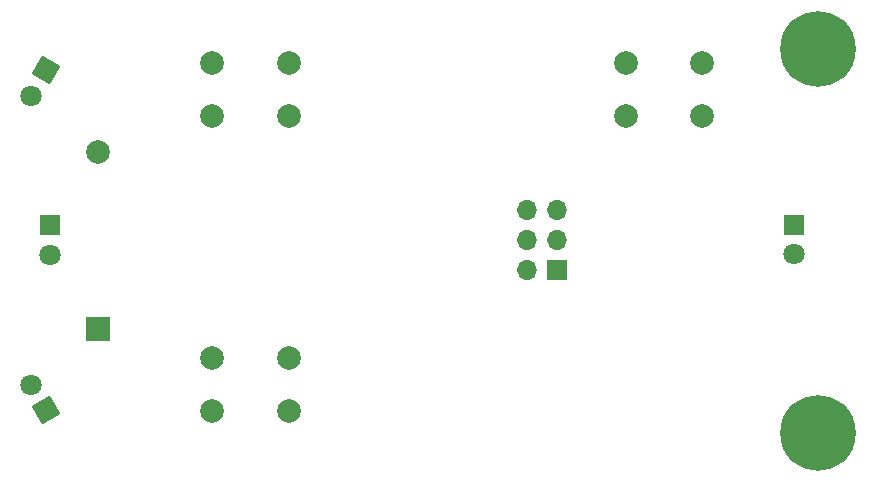
<source format=gbs>
G04 #@! TF.GenerationSoftware,KiCad,Pcbnew,8.0.2*
G04 #@! TF.CreationDate,2024-06-09T12:52:48+02:00*
G04 #@! TF.ProjectId,Remote,52656d6f-7465-42e6-9b69-6361645f7063,rev?*
G04 #@! TF.SameCoordinates,Original*
G04 #@! TF.FileFunction,Soldermask,Bot*
G04 #@! TF.FilePolarity,Negative*
%FSLAX46Y46*%
G04 Gerber Fmt 4.6, Leading zero omitted, Abs format (unit mm)*
G04 Created by KiCad (PCBNEW 8.0.2) date 2024-06-09 12:52:48*
%MOMM*%
%LPD*%
G01*
G04 APERTURE LIST*
G04 Aperture macros list*
%AMRotRect*
0 Rectangle, with rotation*
0 The origin of the aperture is its center*
0 $1 length*
0 $2 width*
0 $3 Rotation angle, in degrees counterclockwise*
0 Add horizontal line*
21,1,$1,$2,0,0,$3*%
G04 Aperture macros list end*
%ADD10R,1.700000X1.700000*%
%ADD11O,1.700000X1.700000*%
%ADD12C,0.800000*%
%ADD13C,6.400000*%
%ADD14RotRect,1.800000X1.800000X240.000000*%
%ADD15C,1.800000*%
%ADD16RotRect,1.800000X1.800000X300.000000*%
%ADD17C,2.000000*%
%ADD18R,1.800000X1.800000*%
%ADD19R,2.000000X2.000000*%
G04 APERTURE END LIST*
D10*
X126405000Y-77685000D03*
D11*
X123865000Y-77685000D03*
X126405000Y-75145000D03*
X123865000Y-75145000D03*
X126405000Y-72605000D03*
X123865000Y-72605000D03*
D12*
X146095000Y-58984000D03*
X146797944Y-57286944D03*
X146797944Y-60681056D03*
X148495000Y-56584000D03*
D13*
X148495000Y-58984000D03*
D12*
X148495000Y-61384000D03*
X150192056Y-57286944D03*
X150192056Y-60681056D03*
X150895000Y-58984000D03*
D14*
X83215000Y-60743469D03*
D15*
X81945000Y-62943174D03*
D12*
X146095000Y-91484000D03*
X146797944Y-89786944D03*
X146797944Y-93181056D03*
X148495000Y-89084000D03*
D13*
X148495000Y-91484000D03*
D12*
X148495000Y-93884000D03*
X150192056Y-89786944D03*
X150192056Y-93181056D03*
X150895000Y-91484000D03*
D16*
X83195001Y-89591064D03*
D15*
X81945000Y-87426000D03*
D17*
X132245000Y-60176000D03*
X138745000Y-60176000D03*
X132245000Y-64676000D03*
X138745000Y-64676000D03*
D18*
X83545000Y-73926000D03*
D15*
X83545000Y-76466000D03*
D17*
X97245000Y-85176000D03*
X103745000Y-85176000D03*
X97245000Y-89676000D03*
X103745000Y-89676000D03*
X97245000Y-60176000D03*
X103745000Y-60176000D03*
X97245000Y-64676000D03*
X103745000Y-64676000D03*
D18*
X146545000Y-73890000D03*
D15*
X146545000Y-76390000D03*
D19*
X87580000Y-82671000D03*
D17*
X87580000Y-67681000D03*
M02*

</source>
